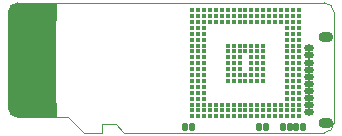
<source format=gts>
%FSLAX44Y44*%
%MOMM*%
G71*
G01*
G75*
G04 Layer_Color=8388736*
%ADD10C,0.2500*%
%ADD11R,2.9000X0.8000*%
%ADD12R,3.2000X0.8000*%
%ADD13O,0.6000X0.4000*%
%ADD14O,1.0500X0.7000*%
G04:AMPARAMS|DCode=15|XSize=0.4mm|YSize=0.37mm|CornerRadius=0.037mm|HoleSize=0mm|Usage=FLASHONLY|Rotation=270.000|XOffset=0mm|YOffset=0mm|HoleType=Round|Shape=RoundedRectangle|*
%AMROUNDEDRECTD15*
21,1,0.4000,0.2960,0,0,270.0*
21,1,0.3260,0.3700,0,0,270.0*
1,1,0.0740,-0.1480,-0.1630*
1,1,0.0740,-0.1480,0.1630*
1,1,0.0740,0.1480,0.1630*
1,1,0.0740,0.1480,-0.1630*
%
%ADD15ROUNDEDRECTD15*%
%ADD16C,0.0750*%
%ADD17C,0.1500*%
%ADD18C,0.7500*%
%ADD19C,0.0100*%
%ADD20C,0.3000*%
%ADD21C,0.2000*%
%ADD22C,0.4000*%
%ADD23R,0.6000X0.8500*%
%ADD24R,0.8500X0.6000*%
G04:AMPARAMS|DCode=25|XSize=0.4mm|YSize=0.37mm|CornerRadius=0.037mm|HoleSize=0mm|Usage=FLASHONLY|Rotation=0.000|XOffset=0mm|YOffset=0mm|HoleType=Round|Shape=RoundedRectangle|*
%AMROUNDEDRECTD25*
21,1,0.4000,0.2960,0,0,0.0*
21,1,0.3260,0.3700,0,0,0.0*
1,1,0.0740,0.1630,-0.1480*
1,1,0.0740,-0.1630,-0.1480*
1,1,0.0740,-0.1630,0.1480*
1,1,0.0740,0.1630,0.1480*
%
%ADD25ROUNDEDRECTD25*%
G04:AMPARAMS|DCode=26|XSize=0.93mm|YSize=0.89mm|CornerRadius=0.089mm|HoleSize=0mm|Usage=FLASHONLY|Rotation=180.000|XOffset=0mm|YOffset=0mm|HoleType=Round|Shape=RoundedRectangle|*
%AMROUNDEDRECTD26*
21,1,0.9300,0.7120,0,0,180.0*
21,1,0.7520,0.8900,0,0,180.0*
1,1,0.1780,-0.3760,0.3560*
1,1,0.1780,0.3760,0.3560*
1,1,0.1780,0.3760,-0.3560*
1,1,0.1780,-0.3760,-0.3560*
%
%ADD26ROUNDEDRECTD26*%
G04:AMPARAMS|DCode=27|XSize=0.6mm|YSize=0.5mm|CornerRadius=0.05mm|HoleSize=0mm|Usage=FLASHONLY|Rotation=0.000|XOffset=0mm|YOffset=0mm|HoleType=Round|Shape=RoundedRectangle|*
%AMROUNDEDRECTD27*
21,1,0.6000,0.4000,0,0,0.0*
21,1,0.5000,0.5000,0,0,0.0*
1,1,0.1000,0.2500,-0.2000*
1,1,0.1000,-0.2500,-0.2000*
1,1,0.1000,-0.2500,0.2000*
1,1,0.1000,0.2500,0.2000*
%
%ADD27ROUNDEDRECTD27*%
G04:AMPARAMS|DCode=28|XSize=0.9mm|YSize=0.8mm|CornerRadius=0.08mm|HoleSize=0mm|Usage=FLASHONLY|Rotation=180.000|XOffset=0mm|YOffset=0mm|HoleType=Round|Shape=RoundedRectangle|*
%AMROUNDEDRECTD28*
21,1,0.9000,0.6400,0,0,180.0*
21,1,0.7400,0.8000,0,0,180.0*
1,1,0.1600,-0.3700,0.3200*
1,1,0.1600,0.3700,0.3200*
1,1,0.1600,0.3700,-0.3200*
1,1,0.1600,-0.3700,-0.3200*
%
%ADD28ROUNDEDRECTD28*%
G04:AMPARAMS|DCode=29|XSize=0.8mm|YSize=0.8mm|CornerRadius=0.12mm|HoleSize=0mm|Usage=FLASHONLY|Rotation=0.000|XOffset=0mm|YOffset=0mm|HoleType=Round|Shape=RoundedRectangle|*
%AMROUNDEDRECTD29*
21,1,0.8000,0.5600,0,0,0.0*
21,1,0.5600,0.8000,0,0,0.0*
1,1,0.2400,0.2800,-0.2800*
1,1,0.2400,-0.2800,-0.2800*
1,1,0.2400,-0.2800,0.2800*
1,1,0.2400,0.2800,0.2800*
%
%ADD29ROUNDEDRECTD29*%
G04:AMPARAMS|DCode=30|XSize=0.76mm|YSize=0.27mm|CornerRadius=0.027mm|HoleSize=0mm|Usage=FLASHONLY|Rotation=90.000|XOffset=0mm|YOffset=0mm|HoleType=Round|Shape=RoundedRectangle|*
%AMROUNDEDRECTD30*
21,1,0.7600,0.2160,0,0,90.0*
21,1,0.7060,0.2700,0,0,90.0*
1,1,0.0540,0.1080,0.3530*
1,1,0.0540,0.1080,-0.3530*
1,1,0.0540,-0.1080,-0.3530*
1,1,0.0540,-0.1080,0.3530*
%
%ADD30ROUNDEDRECTD30*%
G04:AMPARAMS|DCode=31|XSize=0.76mm|YSize=0.27mm|CornerRadius=0.027mm|HoleSize=0mm|Usage=FLASHONLY|Rotation=0.000|XOffset=0mm|YOffset=0mm|HoleType=Round|Shape=RoundedRectangle|*
%AMROUNDEDRECTD31*
21,1,0.7600,0.2160,0,0,0.0*
21,1,0.7060,0.2700,0,0,0.0*
1,1,0.0540,0.3530,-0.1080*
1,1,0.0540,-0.3530,-0.1080*
1,1,0.0540,-0.3530,0.1080*
1,1,0.0540,0.3530,0.1080*
%
%ADD31ROUNDEDRECTD31*%
%ADD32R,0.7400X0.5400*%
G04:AMPARAMS|DCode=33|XSize=0.6mm|YSize=0.5mm|CornerRadius=0.05mm|HoleSize=0mm|Usage=FLASHONLY|Rotation=90.000|XOffset=0mm|YOffset=0mm|HoleType=Round|Shape=RoundedRectangle|*
%AMROUNDEDRECTD33*
21,1,0.6000,0.4000,0,0,90.0*
21,1,0.5000,0.5000,0,0,90.0*
1,1,0.1000,0.2000,0.2500*
1,1,0.1000,0.2000,-0.2500*
1,1,0.1000,-0.2000,-0.2500*
1,1,0.1000,-0.2000,0.2500*
%
%ADD33ROUNDEDRECTD33*%
%ADD34C,0.1000*%
%ADD35C,0.4000*%
%ADD36R,0.6800X0.5800*%
%ADD37R,0.7000X0.5600*%
%ADD38R,3.2300X1.2300*%
%ADD39R,3.2600X1.5500*%
%ADD40R,4.1135X8.2200*%
%ADD41C,0.4532*%
%ADD42R,3.1032X1.0032*%
%ADD43R,3.4032X1.0032*%
%ADD44O,0.8032X0.6032*%
%ADD45O,1.2532X0.9032*%
G04:AMPARAMS|DCode=46|XSize=0.6032mm|YSize=0.5732mm|CornerRadius=0.1386mm|HoleSize=0mm|Usage=FLASHONLY|Rotation=270.000|XOffset=0mm|YOffset=0mm|HoleType=Round|Shape=RoundedRectangle|*
%AMROUNDEDRECTD46*
21,1,0.6032,0.2960,0,0,270.0*
21,1,0.3260,0.5732,0,0,270.0*
1,1,0.2772,-0.1480,-0.1630*
1,1,0.2772,-0.1480,0.1630*
1,1,0.2772,0.1480,0.1630*
1,1,0.2772,0.1480,-0.1630*
%
%ADD46ROUNDEDRECTD46*%
D19*
X203700Y-0D02*
G03*
X211700Y8000I0J8000D01*
G01*
X-64000Y21000D02*
G03*
X-56000Y13000I8000J0D01*
G01*
Y110000D02*
G03*
X-64000Y102000I0J-8000D01*
G01*
X211700D02*
G03*
X203700Y110000I-8000J0D01*
G01*
X15100Y-0D02*
Y7200D01*
X34200Y-0D02*
X203700D01*
X27000Y7200D02*
X34200Y-0D01*
X0D02*
X15100D01*
X-13000Y13000D02*
X0Y0D01*
X-56000Y110000D02*
X203700D01*
X-64000Y21000D02*
Y102000D01*
X15100Y7200D02*
X27000D01*
X-56000Y13000D02*
X-13000D01*
X211700Y8000D02*
Y102000D01*
D35*
X-49900Y102100D02*
G03*
X-49900Y102100I-6000J0D01*
G01*
X-50000Y21000D02*
G03*
X-50000Y21000I-6000J0D01*
G01*
D36*
X-57700Y104200D02*
D03*
D37*
X-57500Y19200D02*
D03*
D38*
X-39050Y19150D02*
D03*
D39*
X-39100Y102350D02*
D03*
D40*
X-43467Y61300D02*
D03*
D41*
X171900Y38800D02*
D03*
Y33800D02*
D03*
Y28800D02*
D03*
X176900D02*
D03*
X91900Y13800D02*
D03*
Y23800D02*
D03*
Y28800D02*
D03*
Y33800D02*
D03*
Y38800D02*
D03*
Y43800D02*
D03*
Y48800D02*
D03*
Y53800D02*
D03*
Y58800D02*
D03*
Y63800D02*
D03*
Y68800D02*
D03*
Y73800D02*
D03*
Y78800D02*
D03*
Y83800D02*
D03*
Y88800D02*
D03*
Y93800D02*
D03*
Y98800D02*
D03*
Y103800D02*
D03*
X96900Y13800D02*
D03*
Y23800D02*
D03*
Y33800D02*
D03*
Y38800D02*
D03*
Y43800D02*
D03*
Y48800D02*
D03*
Y53800D02*
D03*
Y58800D02*
D03*
Y63800D02*
D03*
Y68800D02*
D03*
Y73800D02*
D03*
Y78800D02*
D03*
Y83800D02*
D03*
Y88800D02*
D03*
Y93800D02*
D03*
Y98800D02*
D03*
Y103800D02*
D03*
X101900Y13800D02*
D03*
Y18800D02*
D03*
Y23800D02*
D03*
Y28800D02*
D03*
Y33800D02*
D03*
Y38800D02*
D03*
Y43800D02*
D03*
Y48800D02*
D03*
Y53800D02*
D03*
Y58800D02*
D03*
Y63800D02*
D03*
Y68800D02*
D03*
Y73800D02*
D03*
Y78800D02*
D03*
Y83800D02*
D03*
Y88800D02*
D03*
Y93800D02*
D03*
Y98800D02*
D03*
Y103800D02*
D03*
X106900Y23800D02*
D03*
Y93800D02*
D03*
Y98800D02*
D03*
Y103800D02*
D03*
X111900Y13800D02*
D03*
Y18800D02*
D03*
Y23800D02*
D03*
Y93800D02*
D03*
Y98800D02*
D03*
Y103800D02*
D03*
X116900Y13800D02*
D03*
Y18800D02*
D03*
Y23800D02*
D03*
Y93800D02*
D03*
Y98800D02*
D03*
Y103800D02*
D03*
X121900Y13800D02*
D03*
Y18800D02*
D03*
Y23800D02*
D03*
Y43800D02*
D03*
Y48800D02*
D03*
Y53800D02*
D03*
Y58800D02*
D03*
Y63800D02*
D03*
Y68800D02*
D03*
Y73800D02*
D03*
Y93800D02*
D03*
Y98800D02*
D03*
Y103800D02*
D03*
X126900Y13800D02*
D03*
Y18800D02*
D03*
Y23800D02*
D03*
Y43800D02*
D03*
Y48800D02*
D03*
Y53800D02*
D03*
Y58800D02*
D03*
Y63800D02*
D03*
Y68800D02*
D03*
Y73800D02*
D03*
Y93800D02*
D03*
Y98800D02*
D03*
Y103800D02*
D03*
X131900Y13800D02*
D03*
Y18800D02*
D03*
Y23800D02*
D03*
Y43800D02*
D03*
Y48800D02*
D03*
Y53800D02*
D03*
Y58800D02*
D03*
Y63800D02*
D03*
Y68800D02*
D03*
Y73800D02*
D03*
Y93800D02*
D03*
Y98800D02*
D03*
Y103800D02*
D03*
X136900Y13800D02*
D03*
Y18800D02*
D03*
Y23800D02*
D03*
Y43800D02*
D03*
Y48800D02*
D03*
Y68800D02*
D03*
Y73800D02*
D03*
Y93800D02*
D03*
Y98800D02*
D03*
Y103800D02*
D03*
X141900Y13800D02*
D03*
Y18800D02*
D03*
Y23800D02*
D03*
Y43800D02*
D03*
Y48800D02*
D03*
Y53800D02*
D03*
Y58800D02*
D03*
Y63800D02*
D03*
Y68800D02*
D03*
Y73800D02*
D03*
Y93800D02*
D03*
Y98800D02*
D03*
Y103800D02*
D03*
X146900Y13800D02*
D03*
Y18800D02*
D03*
Y23800D02*
D03*
Y43800D02*
D03*
Y48800D02*
D03*
Y53800D02*
D03*
Y58800D02*
D03*
Y63800D02*
D03*
Y68800D02*
D03*
Y73800D02*
D03*
Y93800D02*
D03*
Y98800D02*
D03*
Y103800D02*
D03*
X151900Y13800D02*
D03*
Y18800D02*
D03*
Y23800D02*
D03*
Y43800D02*
D03*
Y48800D02*
D03*
Y53800D02*
D03*
Y58800D02*
D03*
Y63800D02*
D03*
Y68800D02*
D03*
Y73800D02*
D03*
Y93800D02*
D03*
Y98800D02*
D03*
Y103800D02*
D03*
X156900Y13800D02*
D03*
Y18800D02*
D03*
Y23800D02*
D03*
Y93800D02*
D03*
Y98800D02*
D03*
Y103800D02*
D03*
X161900Y13800D02*
D03*
Y18800D02*
D03*
Y23800D02*
D03*
Y93800D02*
D03*
Y98800D02*
D03*
Y103800D02*
D03*
X166900Y13800D02*
D03*
Y18800D02*
D03*
Y23800D02*
D03*
Y93800D02*
D03*
Y98800D02*
D03*
Y103800D02*
D03*
X171900Y13800D02*
D03*
Y18800D02*
D03*
Y23800D02*
D03*
Y43800D02*
D03*
Y48800D02*
D03*
Y53800D02*
D03*
Y58800D02*
D03*
Y63800D02*
D03*
Y68800D02*
D03*
Y73800D02*
D03*
Y78800D02*
D03*
Y83800D02*
D03*
Y88800D02*
D03*
Y93800D02*
D03*
Y98800D02*
D03*
Y103800D02*
D03*
X176900Y13800D02*
D03*
Y18800D02*
D03*
Y23800D02*
D03*
Y33800D02*
D03*
Y38800D02*
D03*
Y43800D02*
D03*
Y48800D02*
D03*
Y53800D02*
D03*
Y58800D02*
D03*
Y63800D02*
D03*
Y68800D02*
D03*
Y73800D02*
D03*
Y78800D02*
D03*
Y83800D02*
D03*
Y88800D02*
D03*
Y93800D02*
D03*
Y98800D02*
D03*
Y103800D02*
D03*
X181900Y13800D02*
D03*
Y18800D02*
D03*
Y23800D02*
D03*
Y28800D02*
D03*
Y33800D02*
D03*
Y38800D02*
D03*
Y43800D02*
D03*
Y48800D02*
D03*
Y53800D02*
D03*
Y58800D02*
D03*
Y63800D02*
D03*
Y68800D02*
D03*
Y73800D02*
D03*
Y78800D02*
D03*
Y83800D02*
D03*
Y88800D02*
D03*
Y93800D02*
D03*
Y98800D02*
D03*
Y103800D02*
D03*
X91900Y18800D02*
D03*
X96900D02*
D03*
X106900D02*
D03*
Y13800D02*
D03*
X96900Y28800D02*
D03*
D42*
X-39000Y23000D02*
D03*
Y34000D02*
D03*
Y45000D02*
D03*
Y67000D02*
D03*
Y89000D02*
D03*
Y100000D02*
D03*
D43*
X-40500Y56000D02*
D03*
Y78000D02*
D03*
D44*
X191000Y17400D02*
D03*
Y23400D02*
D03*
Y29400D02*
D03*
Y35400D02*
D03*
Y41400D02*
D03*
Y47400D02*
D03*
Y53400D02*
D03*
Y59400D02*
D03*
Y65400D02*
D03*
Y71400D02*
D03*
D45*
X204750Y7900D02*
D03*
Y80900D02*
D03*
D46*
X154450Y4800D02*
D03*
X148750D02*
D03*
X179750Y4600D02*
D03*
X185450D02*
D03*
X168550D02*
D03*
X174250D02*
D03*
X91250Y4800D02*
D03*
X85550D02*
D03*
M02*

</source>
